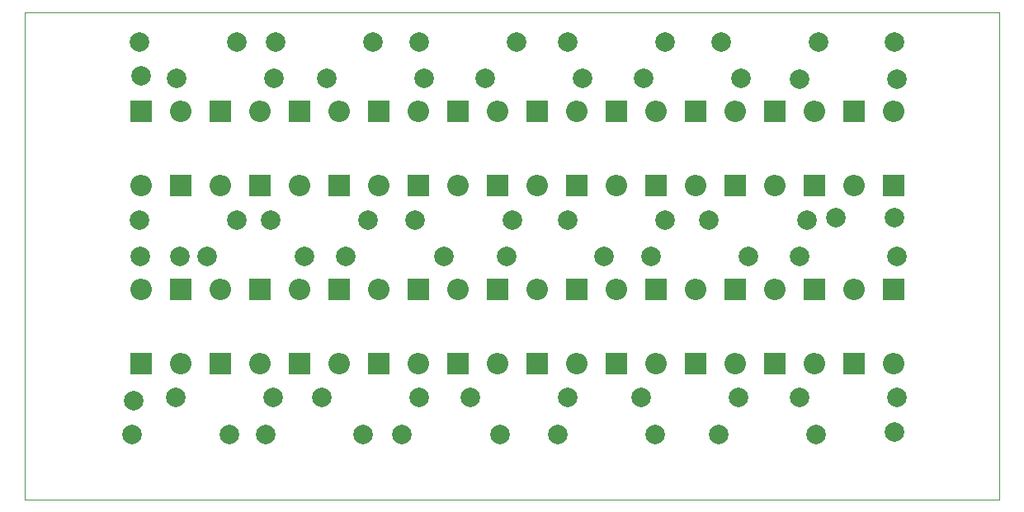
<source format=gbr>
G04 #@! TF.GenerationSoftware,KiCad,Pcbnew,5.1.4-e60b266~84~ubuntu16.04.1*
G04 #@! TF.CreationDate,2019-10-09T00:34:16-05:00*
G04 #@! TF.ProjectId,10x10p,31307831-3070-42e6-9b69-6361645f7063,rev?*
G04 #@! TF.SameCoordinates,Original*
G04 #@! TF.FileFunction,Copper,L1,Top*
G04 #@! TF.FilePolarity,Positive*
%FSLAX46Y46*%
G04 Gerber Fmt 4.6, Leading zero omitted, Abs format (unit mm)*
G04 Created by KiCad (PCBNEW 5.1.4-e60b266~84~ubuntu16.04.1) date 2019-10-09 00:34:16*
%MOMM*%
%LPD*%
G04 APERTURE LIST*
G04 #@! TA.AperFunction,NonConductor*
%ADD10C,0.050000*%
G04 #@! TD*
G04 #@! TA.AperFunction,ComponentPad*
%ADD11C,1.998980*%
G04 #@! TD*
G04 #@! TA.AperFunction,ComponentPad*
%ADD12C,2.000000*%
G04 #@! TD*
G04 #@! TA.AperFunction,ComponentPad*
%ADD13O,2.200000X2.200000*%
G04 #@! TD*
G04 #@! TA.AperFunction,ComponentPad*
%ADD14R,2.200000X2.200000*%
G04 #@! TD*
G04 APERTURE END LIST*
D10*
X50000000Y-100000000D02*
X50000000Y-50000000D01*
X150000000Y-100000000D02*
X50000000Y-100000000D01*
X150000000Y-50000000D02*
X150000000Y-100000000D01*
X50000000Y-50000000D02*
X150000000Y-50000000D01*
D11*
G04 #@! TO.P,HV1,1*
G04 #@! TO.N,/multiplier/HV1*
X65943800Y-75040400D03*
G04 #@! TD*
G04 #@! TO.P,IN2,1*
G04 #@! TO.N,/multiplier/IN2*
X61219400Y-89848600D03*
G04 #@! TD*
G04 #@! TO.P,IN1,1*
G04 #@! TO.N,/multiplier/IN1*
X61930600Y-56447600D03*
G04 #@! TD*
G04 #@! TO.P,HV9,1*
G04 #@! TO.N,/multiplier/HV9*
X133240000Y-71040000D03*
G04 #@! TD*
G04 #@! TO.P,OUT1,1*
G04 #@! TO.N,/multiplier/OUT1*
X139240000Y-53040000D03*
G04 #@! TD*
G04 #@! TO.P,HV0,1*
G04 #@! TO.N,/multiplier/HV0*
X61879800Y-75040400D03*
G04 #@! TD*
G04 #@! TO.P,OUT2,1*
G04 #@! TO.N,/multiplier/OUT2*
X139240000Y-93040000D03*
G04 #@! TD*
G04 #@! TO.P,HV10,1*
G04 #@! TO.N,/multiplier/HV10*
X139240000Y-71040000D03*
G04 #@! TD*
D12*
G04 #@! TO.P,C30,2*
G04 #@! TO.N,Net-(C29-Pad1)*
X129490000Y-89540000D03*
G04 #@! TO.P,C30,1*
G04 #@! TO.N,/multiplier/OUT2*
X139490000Y-89540000D03*
G04 #@! TD*
G04 #@! TO.P,C29,2*
G04 #@! TO.N,Net-(C28-Pad1)*
X121240000Y-93290000D03*
G04 #@! TO.P,C29,1*
G04 #@! TO.N,Net-(C29-Pad1)*
X131240000Y-93290000D03*
G04 #@! TD*
G04 #@! TO.P,C28,2*
G04 #@! TO.N,Net-(C27-Pad1)*
X113240000Y-89540000D03*
G04 #@! TO.P,C28,1*
G04 #@! TO.N,Net-(C28-Pad1)*
X123240000Y-89540000D03*
G04 #@! TD*
G04 #@! TO.P,C27,2*
G04 #@! TO.N,Net-(C26-Pad1)*
X104740000Y-93290000D03*
G04 #@! TO.P,C27,1*
G04 #@! TO.N,Net-(C27-Pad1)*
X114740000Y-93290000D03*
G04 #@! TD*
G04 #@! TO.P,C26,2*
G04 #@! TO.N,Net-(C25-Pad1)*
X95740000Y-89540000D03*
G04 #@! TO.P,C26,1*
G04 #@! TO.N,Net-(C26-Pad1)*
X105740000Y-89540000D03*
G04 #@! TD*
G04 #@! TO.P,C25,2*
G04 #@! TO.N,Net-(C24-Pad1)*
X88740000Y-93290000D03*
G04 #@! TO.P,C25,1*
G04 #@! TO.N,Net-(C25-Pad1)*
X98740000Y-93290000D03*
G04 #@! TD*
G04 #@! TO.P,C24,2*
G04 #@! TO.N,Net-(C23-Pad1)*
X80490000Y-89540000D03*
G04 #@! TO.P,C24,1*
G04 #@! TO.N,Net-(C24-Pad1)*
X90490000Y-89540000D03*
G04 #@! TD*
G04 #@! TO.P,C23,2*
G04 #@! TO.N,Net-(C22-Pad1)*
X74740000Y-93290000D03*
G04 #@! TO.P,C23,1*
G04 #@! TO.N,Net-(C23-Pad1)*
X84740000Y-93290000D03*
G04 #@! TD*
G04 #@! TO.P,C22,2*
G04 #@! TO.N,Net-(C21-Pad1)*
X65494200Y-89518400D03*
G04 #@! TO.P,C22,1*
G04 #@! TO.N,Net-(C22-Pad1)*
X75494200Y-89518400D03*
G04 #@! TD*
G04 #@! TO.P,C21,2*
G04 #@! TO.N,/multiplier/IN2*
X60990000Y-93290000D03*
G04 #@! TO.P,C21,1*
G04 #@! TO.N,Net-(C21-Pad1)*
X70990000Y-93290000D03*
G04 #@! TD*
G04 #@! TO.P,C20,2*
G04 #@! TO.N,/multiplier/HV9*
X129490000Y-75040000D03*
G04 #@! TO.P,C20,1*
G04 #@! TO.N,/multiplier/HV10*
X139490000Y-75040000D03*
G04 #@! TD*
G04 #@! TO.P,C19,2*
G04 #@! TO.N,Net-(C18-Pad1)*
X120240000Y-71290000D03*
G04 #@! TO.P,C19,1*
G04 #@! TO.N,/multiplier/HV9*
X130240000Y-71290000D03*
G04 #@! TD*
G04 #@! TO.P,C18,2*
G04 #@! TO.N,Net-(C17-Pad1)*
X114240000Y-75040000D03*
G04 #@! TO.P,C18,1*
G04 #@! TO.N,Net-(C18-Pad1)*
X124240000Y-75040000D03*
G04 #@! TD*
G04 #@! TO.P,C17,2*
G04 #@! TO.N,Net-(C16-Pad1)*
X105740000Y-71332000D03*
G04 #@! TO.P,C17,1*
G04 #@! TO.N,Net-(C17-Pad1)*
X115740000Y-71332000D03*
G04 #@! TD*
G04 #@! TO.P,C16,2*
G04 #@! TO.N,Net-(C15-Pad1)*
X99490000Y-75040000D03*
G04 #@! TO.P,C16,1*
G04 #@! TO.N,Net-(C16-Pad1)*
X109490000Y-75040000D03*
G04 #@! TD*
G04 #@! TO.P,C15,2*
G04 #@! TO.N,Net-(C14-Pad1)*
X90056000Y-71332000D03*
G04 #@! TO.P,C15,1*
G04 #@! TO.N,Net-(C15-Pad1)*
X100056000Y-71332000D03*
G04 #@! TD*
G04 #@! TO.P,C14,2*
G04 #@! TO.N,Net-(C13-Pad1)*
X82990000Y-75040000D03*
G04 #@! TO.P,C14,1*
G04 #@! TO.N,Net-(C14-Pad1)*
X92990000Y-75040000D03*
G04 #@! TD*
G04 #@! TO.P,C13,2*
G04 #@! TO.N,Net-(C12-Pad1)*
X75240000Y-71290000D03*
G04 #@! TO.P,C13,1*
G04 #@! TO.N,Net-(C13-Pad1)*
X85240000Y-71290000D03*
G04 #@! TD*
G04 #@! TO.P,C12,2*
G04 #@! TO.N,/multiplier/HV1*
X68720000Y-75040400D03*
G04 #@! TO.P,C12,1*
G04 #@! TO.N,Net-(C12-Pad1)*
X78720000Y-75040400D03*
G04 #@! TD*
G04 #@! TO.P,C11,2*
G04 #@! TO.N,/multiplier/HV0*
X61740000Y-71290000D03*
G04 #@! TO.P,C11,1*
G04 #@! TO.N,/multiplier/HV1*
X71740000Y-71290000D03*
G04 #@! TD*
G04 #@! TO.P,C10,2*
G04 #@! TO.N,Net-(C10-Pad2)*
X129490000Y-56790000D03*
G04 #@! TO.P,C10,1*
G04 #@! TO.N,/multiplier/OUT1*
X139490000Y-56790000D03*
G04 #@! TD*
G04 #@! TO.P,C9,2*
G04 #@! TO.N,Net-(C8-Pad1)*
X121490000Y-53040000D03*
G04 #@! TO.P,C9,1*
G04 #@! TO.N,Net-(C10-Pad2)*
X131490000Y-53040000D03*
G04 #@! TD*
G04 #@! TO.P,C8,2*
G04 #@! TO.N,Net-(C7-Pad1)*
X113518000Y-56727000D03*
G04 #@! TO.P,C8,1*
G04 #@! TO.N,Net-(C8-Pad1)*
X123518000Y-56727000D03*
G04 #@! TD*
G04 #@! TO.P,C7,2*
G04 #@! TO.N,Net-(C6-Pad1)*
X105740000Y-53040000D03*
G04 #@! TO.P,C7,1*
G04 #@! TO.N,Net-(C7-Pad1)*
X115740000Y-53040000D03*
G04 #@! TD*
G04 #@! TO.P,C6,2*
G04 #@! TO.N,Net-(C5-Pad1)*
X97218800Y-56752400D03*
G04 #@! TO.P,C6,1*
G04 #@! TO.N,Net-(C6-Pad1)*
X107218800Y-56752400D03*
G04 #@! TD*
G04 #@! TO.P,C5,2*
G04 #@! TO.N,Net-(C4-Pad1)*
X90490000Y-53040000D03*
G04 #@! TO.P,C5,1*
G04 #@! TO.N,Net-(C5-Pad1)*
X100490000Y-53040000D03*
G04 #@! TD*
G04 #@! TO.P,C4,2*
G04 #@! TO.N,Net-(C3-Pad1)*
X81006000Y-56752400D03*
G04 #@! TO.P,C4,1*
G04 #@! TO.N,Net-(C4-Pad1)*
X91006000Y-56752400D03*
G04 #@! TD*
G04 #@! TO.P,C3,2*
G04 #@! TO.N,Net-(C2-Pad1)*
X75740000Y-53040000D03*
G04 #@! TO.P,C3,1*
G04 #@! TO.N,Net-(C3-Pad1)*
X85740000Y-53040000D03*
G04 #@! TD*
G04 #@! TO.P,C2,2*
G04 #@! TO.N,Net-(C1-Pad1)*
X65595800Y-56752400D03*
G04 #@! TO.P,C2,1*
G04 #@! TO.N,Net-(C2-Pad1)*
X75595800Y-56752400D03*
G04 #@! TD*
G04 #@! TO.P,C1,2*
G04 #@! TO.N,/multiplier/IN1*
X61740000Y-53040000D03*
G04 #@! TO.P,C1,1*
G04 #@! TO.N,Net-(C1-Pad1)*
X71740000Y-53040000D03*
G04 #@! TD*
D13*
G04 #@! TO.P,D40,2*
G04 #@! TO.N,/multiplier/OUT2*
X139172000Y-86072000D03*
D14*
G04 #@! TO.P,D40,1*
G04 #@! TO.N,/multiplier/HV10*
X139172000Y-78452000D03*
G04 #@! TD*
D13*
G04 #@! TO.P,D39,2*
G04 #@! TO.N,/multiplier/HV9*
X135108000Y-78452000D03*
D14*
G04 #@! TO.P,D39,1*
G04 #@! TO.N,/multiplier/OUT2*
X135108000Y-86072000D03*
G04 #@! TD*
D13*
G04 #@! TO.P,D38,2*
G04 #@! TO.N,Net-(C29-Pad1)*
X131044000Y-86072000D03*
D14*
G04 #@! TO.P,D38,1*
G04 #@! TO.N,/multiplier/HV9*
X131044000Y-78452000D03*
G04 #@! TD*
D13*
G04 #@! TO.P,D37,2*
G04 #@! TO.N,Net-(C18-Pad1)*
X126980000Y-78452000D03*
D14*
G04 #@! TO.P,D37,1*
G04 #@! TO.N,Net-(C29-Pad1)*
X126980000Y-86072000D03*
G04 #@! TD*
D13*
G04 #@! TO.P,D36,2*
G04 #@! TO.N,Net-(C28-Pad1)*
X122916000Y-86072000D03*
D14*
G04 #@! TO.P,D36,1*
G04 #@! TO.N,Net-(C18-Pad1)*
X122916000Y-78452000D03*
G04 #@! TD*
D13*
G04 #@! TO.P,D35,2*
G04 #@! TO.N,Net-(C17-Pad1)*
X118852000Y-78452000D03*
D14*
G04 #@! TO.P,D35,1*
G04 #@! TO.N,Net-(C28-Pad1)*
X118852000Y-86072000D03*
G04 #@! TD*
D13*
G04 #@! TO.P,D34,2*
G04 #@! TO.N,Net-(C27-Pad1)*
X114788000Y-86072000D03*
D14*
G04 #@! TO.P,D34,1*
G04 #@! TO.N,Net-(C17-Pad1)*
X114788000Y-78452000D03*
G04 #@! TD*
D13*
G04 #@! TO.P,D33,2*
G04 #@! TO.N,Net-(C16-Pad1)*
X110724000Y-78452000D03*
D14*
G04 #@! TO.P,D33,1*
G04 #@! TO.N,Net-(C27-Pad1)*
X110724000Y-86072000D03*
G04 #@! TD*
D13*
G04 #@! TO.P,D32,2*
G04 #@! TO.N,Net-(C26-Pad1)*
X106660000Y-86072000D03*
D14*
G04 #@! TO.P,D32,1*
G04 #@! TO.N,Net-(C16-Pad1)*
X106660000Y-78452000D03*
G04 #@! TD*
D13*
G04 #@! TO.P,D31,2*
G04 #@! TO.N,Net-(C15-Pad1)*
X102596000Y-78452000D03*
D14*
G04 #@! TO.P,D31,1*
G04 #@! TO.N,Net-(C26-Pad1)*
X102596000Y-86072000D03*
G04 #@! TD*
D13*
G04 #@! TO.P,D30,2*
G04 #@! TO.N,Net-(C25-Pad1)*
X98532000Y-86072000D03*
D14*
G04 #@! TO.P,D30,1*
G04 #@! TO.N,Net-(C15-Pad1)*
X98532000Y-78452000D03*
G04 #@! TD*
D13*
G04 #@! TO.P,D29,2*
G04 #@! TO.N,Net-(C14-Pad1)*
X94468000Y-78452000D03*
D14*
G04 #@! TO.P,D29,1*
G04 #@! TO.N,Net-(C25-Pad1)*
X94468000Y-86072000D03*
G04 #@! TD*
D13*
G04 #@! TO.P,D28,2*
G04 #@! TO.N,Net-(C24-Pad1)*
X90404000Y-86072000D03*
D14*
G04 #@! TO.P,D28,1*
G04 #@! TO.N,Net-(C14-Pad1)*
X90404000Y-78452000D03*
G04 #@! TD*
D13*
G04 #@! TO.P,D27,2*
G04 #@! TO.N,Net-(C13-Pad1)*
X86340000Y-78452000D03*
D14*
G04 #@! TO.P,D27,1*
G04 #@! TO.N,Net-(C24-Pad1)*
X86340000Y-86072000D03*
G04 #@! TD*
D13*
G04 #@! TO.P,D26,2*
G04 #@! TO.N,Net-(C23-Pad1)*
X82276000Y-86072000D03*
D14*
G04 #@! TO.P,D26,1*
G04 #@! TO.N,Net-(C13-Pad1)*
X82276000Y-78452000D03*
G04 #@! TD*
D13*
G04 #@! TO.P,D25,2*
G04 #@! TO.N,Net-(C12-Pad1)*
X78212000Y-78452000D03*
D14*
G04 #@! TO.P,D25,1*
G04 #@! TO.N,Net-(C23-Pad1)*
X78212000Y-86072000D03*
G04 #@! TD*
D13*
G04 #@! TO.P,D24,2*
G04 #@! TO.N,Net-(C22-Pad1)*
X74148000Y-86072000D03*
D14*
G04 #@! TO.P,D24,1*
G04 #@! TO.N,Net-(C12-Pad1)*
X74148000Y-78452000D03*
G04 #@! TD*
D13*
G04 #@! TO.P,D23,2*
G04 #@! TO.N,/multiplier/HV1*
X70084000Y-78452000D03*
D14*
G04 #@! TO.P,D23,1*
G04 #@! TO.N,Net-(C22-Pad1)*
X70084000Y-86072000D03*
G04 #@! TD*
D13*
G04 #@! TO.P,D22,2*
G04 #@! TO.N,Net-(C21-Pad1)*
X66020000Y-86072000D03*
D14*
G04 #@! TO.P,D22,1*
G04 #@! TO.N,/multiplier/HV1*
X66020000Y-78452000D03*
G04 #@! TD*
D13*
G04 #@! TO.P,D21,2*
G04 #@! TO.N,/multiplier/HV0*
X61956000Y-78452000D03*
D14*
G04 #@! TO.P,D21,1*
G04 #@! TO.N,Net-(C21-Pad1)*
X61956000Y-86072000D03*
G04 #@! TD*
D13*
G04 #@! TO.P,D20,2*
G04 #@! TO.N,/multiplier/OUT1*
X139172000Y-60156000D03*
D14*
G04 #@! TO.P,D20,1*
G04 #@! TO.N,/multiplier/HV10*
X139172000Y-67776000D03*
G04 #@! TD*
D13*
G04 #@! TO.P,D19,2*
G04 #@! TO.N,/multiplier/HV9*
X135108000Y-67776000D03*
D14*
G04 #@! TO.P,D19,1*
G04 #@! TO.N,/multiplier/OUT1*
X135108000Y-60156000D03*
G04 #@! TD*
D13*
G04 #@! TO.P,D18,2*
G04 #@! TO.N,Net-(C10-Pad2)*
X131044000Y-60156000D03*
D14*
G04 #@! TO.P,D18,1*
G04 #@! TO.N,/multiplier/HV9*
X131044000Y-67776000D03*
G04 #@! TD*
D13*
G04 #@! TO.P,D17,2*
G04 #@! TO.N,Net-(C18-Pad1)*
X126980000Y-67776000D03*
D14*
G04 #@! TO.P,D17,1*
G04 #@! TO.N,Net-(C10-Pad2)*
X126980000Y-60156000D03*
G04 #@! TD*
D13*
G04 #@! TO.P,D16,2*
G04 #@! TO.N,Net-(C8-Pad1)*
X122916000Y-60156000D03*
D14*
G04 #@! TO.P,D16,1*
G04 #@! TO.N,Net-(C18-Pad1)*
X122916000Y-67776000D03*
G04 #@! TD*
D13*
G04 #@! TO.P,D15,2*
G04 #@! TO.N,Net-(C17-Pad1)*
X118852000Y-67776000D03*
D14*
G04 #@! TO.P,D15,1*
G04 #@! TO.N,Net-(C8-Pad1)*
X118852000Y-60156000D03*
G04 #@! TD*
D13*
G04 #@! TO.P,D14,2*
G04 #@! TO.N,Net-(C7-Pad1)*
X114788000Y-60156000D03*
D14*
G04 #@! TO.P,D14,1*
G04 #@! TO.N,Net-(C17-Pad1)*
X114788000Y-67776000D03*
G04 #@! TD*
D13*
G04 #@! TO.P,D13,2*
G04 #@! TO.N,Net-(C16-Pad1)*
X110724000Y-67776000D03*
D14*
G04 #@! TO.P,D13,1*
G04 #@! TO.N,Net-(C7-Pad1)*
X110724000Y-60156000D03*
G04 #@! TD*
D13*
G04 #@! TO.P,D12,2*
G04 #@! TO.N,Net-(C6-Pad1)*
X106660000Y-60156000D03*
D14*
G04 #@! TO.P,D12,1*
G04 #@! TO.N,Net-(C16-Pad1)*
X106660000Y-67776000D03*
G04 #@! TD*
D13*
G04 #@! TO.P,D11,2*
G04 #@! TO.N,Net-(C15-Pad1)*
X102596000Y-67776000D03*
D14*
G04 #@! TO.P,D11,1*
G04 #@! TO.N,Net-(C6-Pad1)*
X102596000Y-60156000D03*
G04 #@! TD*
D13*
G04 #@! TO.P,D10,2*
G04 #@! TO.N,Net-(C5-Pad1)*
X98532000Y-60156000D03*
D14*
G04 #@! TO.P,D10,1*
G04 #@! TO.N,Net-(C15-Pad1)*
X98532000Y-67776000D03*
G04 #@! TD*
D13*
G04 #@! TO.P,D9,2*
G04 #@! TO.N,Net-(C14-Pad1)*
X94468000Y-67776000D03*
D14*
G04 #@! TO.P,D9,1*
G04 #@! TO.N,Net-(C5-Pad1)*
X94468000Y-60156000D03*
G04 #@! TD*
D13*
G04 #@! TO.P,D8,2*
G04 #@! TO.N,Net-(C4-Pad1)*
X90404000Y-60156000D03*
D14*
G04 #@! TO.P,D8,1*
G04 #@! TO.N,Net-(C14-Pad1)*
X90404000Y-67776000D03*
G04 #@! TD*
D13*
G04 #@! TO.P,D7,2*
G04 #@! TO.N,Net-(C13-Pad1)*
X86340000Y-67776000D03*
D14*
G04 #@! TO.P,D7,1*
G04 #@! TO.N,Net-(C4-Pad1)*
X86340000Y-60156000D03*
G04 #@! TD*
D13*
G04 #@! TO.P,D6,2*
G04 #@! TO.N,Net-(C3-Pad1)*
X82276000Y-60156000D03*
D14*
G04 #@! TO.P,D6,1*
G04 #@! TO.N,Net-(C13-Pad1)*
X82276000Y-67776000D03*
G04 #@! TD*
D13*
G04 #@! TO.P,D5,2*
G04 #@! TO.N,Net-(C12-Pad1)*
X78212000Y-67776000D03*
D14*
G04 #@! TO.P,D5,1*
G04 #@! TO.N,Net-(C3-Pad1)*
X78212000Y-60156000D03*
G04 #@! TD*
D13*
G04 #@! TO.P,D4,2*
G04 #@! TO.N,Net-(C2-Pad1)*
X74148000Y-60156000D03*
D14*
G04 #@! TO.P,D4,1*
G04 #@! TO.N,Net-(C12-Pad1)*
X74148000Y-67776000D03*
G04 #@! TD*
D13*
G04 #@! TO.P,D3,2*
G04 #@! TO.N,/multiplier/HV1*
X70084000Y-67776000D03*
D14*
G04 #@! TO.P,D3,1*
G04 #@! TO.N,Net-(C2-Pad1)*
X70084000Y-60156000D03*
G04 #@! TD*
D13*
G04 #@! TO.P,D2,2*
G04 #@! TO.N,Net-(C1-Pad1)*
X66020000Y-60156000D03*
D14*
G04 #@! TO.P,D2,1*
G04 #@! TO.N,/multiplier/HV1*
X66020000Y-67776000D03*
G04 #@! TD*
D13*
G04 #@! TO.P,D1,2*
G04 #@! TO.N,/multiplier/HV0*
X61956000Y-67776000D03*
D14*
G04 #@! TO.P,D1,1*
G04 #@! TO.N,Net-(C1-Pad1)*
X61956000Y-60156000D03*
G04 #@! TD*
M02*

</source>
